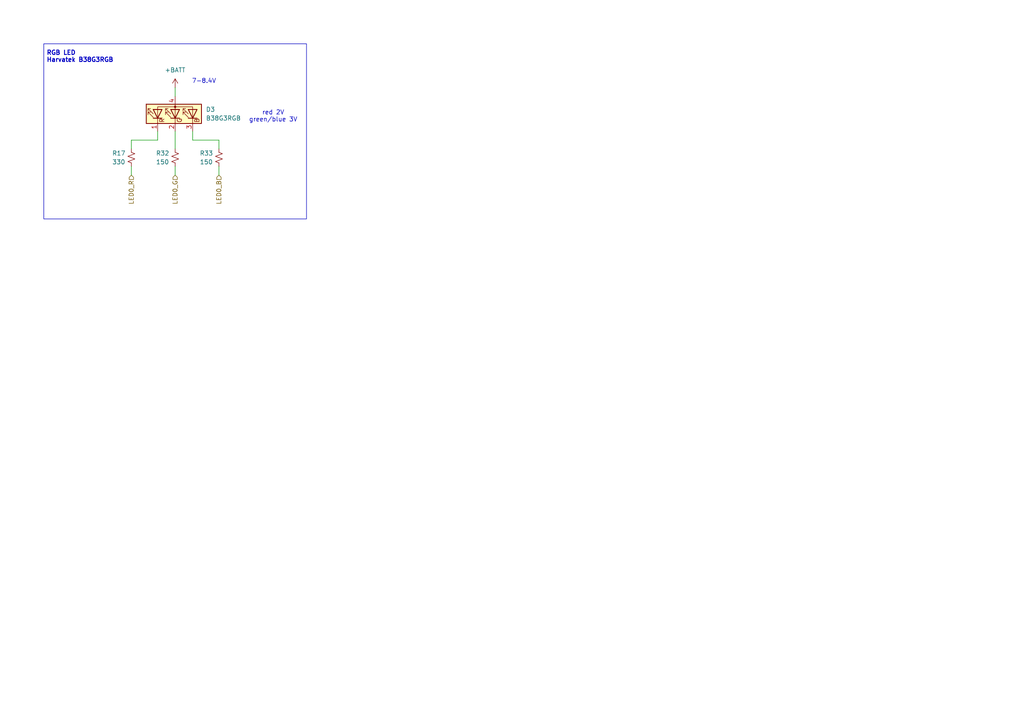
<source format=kicad_sch>
(kicad_sch (version 20250114) (generator "eeschema") (generator_version "9.0")
  (paper "A4")
  (lib_symbols
    (symbol "Device:LED_RGBA" (pin_names (offset 0) (hide yes))
      (property "Reference" "D" (at 0 9.398 0))
      (property "Value" "LED_RGBA" (at 0 -8.89 0))
      (symbol "LED_RGBA_0_0"
        (text "R" (at -1.905 3.81 0) (effects (font (size 1.27 1.27))))
        (text "G" (at -1.905 -1.27 0) (effects (font (size 1.27 1.27))))
        (text "B" (at -1.905 -6.35 0) (effects (font (size 1.27 1.27))))
      )
      (symbol "LED_RGBA_0_1"
        (polyline (pts (xy -1.27 6.35) (xy -1.27 3.81)) (stroke (width 0.254)))
        (polyline (pts (xy -1.27 6.35) (xy -1.27 3.81) (xy -1.27 3.81)))
        (polyline (pts (xy -1.27 5.08) (xy -2.54 5.08)))
        (polyline (pts (xy -1.27 5.08) (xy 1.27 5.08)))
        (polyline (pts (xy -1.27 1.27) (xy -1.27 -1.27)) (stroke (width 0.254)))
        (polyline (pts (xy -1.27 1.27) (xy -1.27 -1.27) (xy -1.27 -1.27)))
        (polyline (pts (xy -1.27 0) (xy -2.54 0)))
        (polyline (pts (xy -1.27 -3.81) (xy -1.27 -6.35)) (stroke (width 0.254)))
        (polyline (pts (xy -1.27 -5.08) (xy -2.54 -5.08)))
        (polyline (pts (xy -1.27 -5.08) (xy 1.27 -5.08)))
        (polyline (pts (xy -1.016 6.35) (xy 0.508 7.874) (xy -0.254 7.874) (xy 0.508 7.874) (xy 0.508 7.112)))
        (polyline (pts (xy -1.016 1.27) (xy 0.508 2.794) (xy -0.254 2.794) (xy 0.508 2.794) (xy 0.508 2.032)))
        (polyline (pts (xy -1.016 -3.81) (xy 0.508 -2.286) (xy -0.254 -2.286) (xy 0.508 -2.286) (xy 0.508 -3.048)))
        (polyline (pts (xy 0 6.35) (xy 1.524 7.874) (xy 0.762 7.874) (xy 1.524 7.874) (xy 1.524 7.112)))
        (polyline (pts (xy 0 1.27) (xy 1.524 2.794) (xy 0.762 2.794) (xy 1.524 2.794) (xy 1.524 2.032)))
        (polyline (pts (xy 0 -3.81) (xy 1.524 -2.286) (xy 0.762 -2.286) (xy 1.524 -2.286) (xy 1.524 -3.048)))
        (polyline (pts (xy 1.27 6.35) (xy 1.27 3.81) (xy -1.27 5.08) (xy 1.27 6.35)) (stroke (width 0.254)))
        (rectangle (start 1.27 6.35) (end 1.27 6.35))
        (rectangle (start 1.27 3.81) (end 1.27 6.35))
        (polyline (pts (xy 1.27 1.27) (xy 1.27 -1.27) (xy -1.27 0) (xy 1.27 1.27)) (stroke (width 0.254)))
        (rectangle (start 1.27 1.27) (end 1.27 1.27))
        (polyline (pts (xy 1.27 0) (xy -1.27 0)))
        (polyline (pts (xy 1.27 0) (xy 2.54 0)))
        (rectangle (start 1.27 -1.27) (end 1.27 1.27))
        (polyline (pts (xy 1.27 -3.81) (xy 1.27 -6.35) (xy -1.27 -5.08) (xy 1.27 -3.81)) (stroke (width 0.254)))
        (polyline (pts (xy 1.27 -5.08) (xy 2.032 -5.08) (xy 2.032 5.08) (xy 1.27 5.08)))
        (circle (center 2.032 0) (radius 0.254) (fill (type outline)))
        (rectangle (start 2.794 8.382) (end -2.794 -7.62) (stroke (width 0.254)) (fill (type background)))
      )
      (symbol "LED_RGBA_1_1"
        (pin passive line (at -5.08 5.08 0) (length 2.54) (name "RK") (number "1"))
        (pin passive line (at -5.08 0 0) (length 2.54) (name "GK") (number "2"))
        (pin passive line (at -5.08 -5.08 0) (length 2.54) (name "BK") (number "3"))
        (pin passive line (at 5.08 0 180) (length 2.54) (name "A") (number "4"))
      )
    )
    (symbol "Device:R_Small_US" (pin_numbers (hide yes)) (pin_names (offset 0.254) (hide yes))
      (property "Reference" "R" (at 0.762 0.508 0))
      (property "Value" "R_Small_US" (at 0.762 -1.016 0))
      (symbol "R_Small_US_1_1"
        (polyline (pts (xy 0 1.524) (xy 1.016 1.143) (xy 0 0.762) (xy -1.016 0.381) (xy 0 0)))
        (polyline (pts (xy 0 0) (xy 1.016 -0.381) (xy 0 -0.762) (xy -1.016 -1.143) (xy 0 -1.524)))
        (pin passive line (at 0 2.54 270) (length 1.016) (name "~") (number "1"))
        (pin passive line (at 0 -2.54 90) (length 1.016) (name "~") (number "2"))
      )
    )
    (symbol "power:+BATT" (power) (pin_numbers (hide yes)) (pin_names (offset 0) (hide yes))
      (property "Value" "+BATT" (at 0 3.556 0))
      (symbol "+BATT_0_1"
        (polyline (pts (xy -0.762 1.27) (xy 0 2.54)))
        (polyline (pts (xy 0 2.54) (xy 0.762 1.27)))
        (polyline (pts (xy 0 0) (xy 0 2.54)))
      )
      (symbol "+BATT_1_1"
        (pin power_in line (at 0 0 90) (length 0) (name "~") (number "1"))
      )
    )
  )
  (rectangle (start 12.7 12.7) (end 88.9 63.5))
  (text "RGB LED\nHarvatek B38G3RGB" (at 13.462 14.732 0) (effects (font (size 1.27 1.27) (thickness 0.254) (bold yes)) (justify left top)))
  (text "red 2V\ngreen/blue 3V" (at 79.248 33.782 0) (effects (font (size 1.27 1.27))))
  (text "7-8.4V" (at 59.182 23.622 0) (effects (font (size 1.27 1.27))))
  (wire (pts (xy 50.8 38.1) (xy 50.8 43.18)))
  (wire (pts (xy 55.88 40.64) (xy 63.5 40.64)))
  (wire (pts (xy 50.8 48.26) (xy 50.8 50.8)))
  (wire (pts (xy 45.72 40.64) (xy 45.72 38.1)))
  (wire (pts (xy 38.1 40.64) (xy 38.1 43.18)))
  (wire (pts (xy 38.1 40.64) (xy 45.72 40.64)))
  (wire (pts (xy 63.5 48.26) (xy 63.5 50.8)))
  (wire (pts (xy 38.1 48.26) (xy 38.1 50.8)))
  (wire (pts (xy 50.8 25.4) (xy 50.8 27.94)))
  (wire (pts (xy 63.5 40.64) (xy 63.5 43.18)))
  (wire (pts (xy 55.88 38.1) (xy 55.88 40.64)))
  (hierarchical_label "LED0_R" (shape input) (at 38.1 50.8 270))
  (hierarchical_label "LED0_G" (shape input) (at 50.8 50.8 270))
  (hierarchical_label "LED0_B" (shape input) (at 63.5 50.8 270))
  (symbol (lib_id "Device:R_Small_US") (at 50.8 45.72 0) (unit 1)
    (property "Reference" "R32" (at 45.212 44.45 0) (effects (justify left)))
    (property "Value" "150" (at 45.212 46.99 0) (effects (justify left)))
    (property "Footprint" "Resistor_SMD:R_0603_1608Metric" (effects (hide yes)))
    (property "Description" "Resistor, small US symbol" (effects (hide yes)))
  )
  (symbol (lib_id "Device:LED_RGBA") (at 50.8 33.02 90) (unit 1)
    (property "Reference" "D3" (at 59.69 31.7499 90) (effects (justify right)))
    (property "Value" "B38G3RGB" (at 59.69 34.2899 90) (effects (justify right)))
    (property "Footprint" "B38G3RGB:B38G3RGB-10D0003H2U1930_HVK" (effects (hide yes)))
    (property "Description" "RGB LED, red/green/blue/anode" (effects (hide yes)))
  )
  (symbol (lib_id "power:+BATT") (at 50.8 25.4 0) (unit 1)
    (property "Reference" "#PWR052" (effects (hide yes)))
    (property "Value" "+BATT" (at 50.8 20.32 0))
    (property "Description" "Power symbol creates a global label with name \"+BATT\"" (effects (hide yes)))
  )
  (symbol (lib_id "Device:R_Small_US") (at 38.1 45.72 0) (unit 1)
    (property "Reference" "R17" (at 32.512 44.45 0) (effects (justify left)))
    (property "Value" "330" (at 32.512 46.99 0) (effects (justify left)))
    (property "Footprint" "Resistor_SMD:R_0603_1608Metric" (effects (hide yes)))
    (property "Description" "Resistor, small US symbol" (effects (hide yes)))
  )
  (symbol (lib_id "Device:R_Small_US") (at 63.5 45.72 0) (unit 1)
    (property "Reference" "R33" (at 57.912 44.45 0) (effects (justify left)))
    (property "Value" "150" (at 57.912 46.99 0) (effects (justify left)))
    (property "Footprint" "Resistor_SMD:R_0603_1608Metric" (effects (hide yes)))
    (property "Description" "Resistor, small US symbol" (effects (hide yes)))
  )
)
</source>
